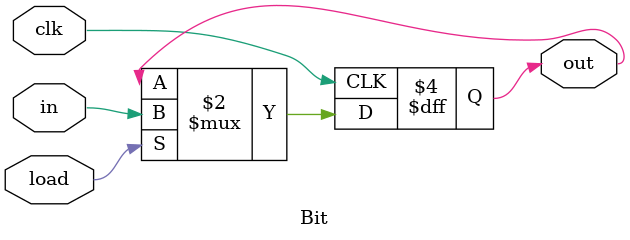
<source format=v>
/**
 * 1 bit register:
 * If load[t] == 1 then out[t+1] = in[t]
 *    else out does not change (out[t+1] = out[t])
 */

`default_nettype none
module Bit(
	input clk,
	input in,
	input load,
	output reg out = 0
);

	always @(posedge clk)
		out <= load?in:out;

endmodule

</source>
